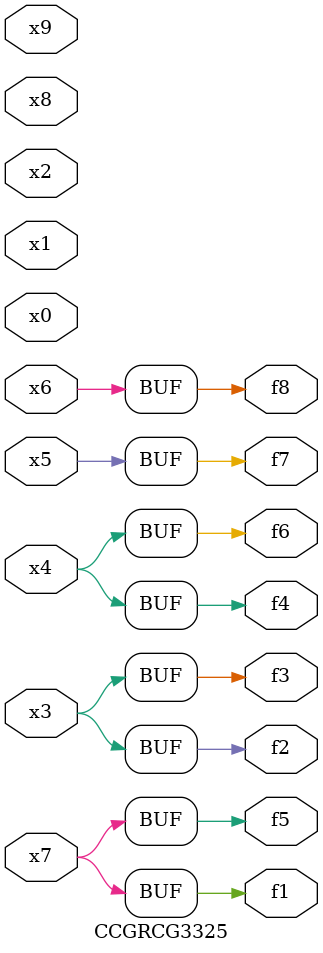
<source format=v>
module CCGRCG3325(
	input x0, x1, x2, x3, x4, x5, x6, x7, x8, x9,
	output f1, f2, f3, f4, f5, f6, f7, f8
);
	assign f1 = x7;
	assign f2 = x3;
	assign f3 = x3;
	assign f4 = x4;
	assign f5 = x7;
	assign f6 = x4;
	assign f7 = x5;
	assign f8 = x6;
endmodule

</source>
